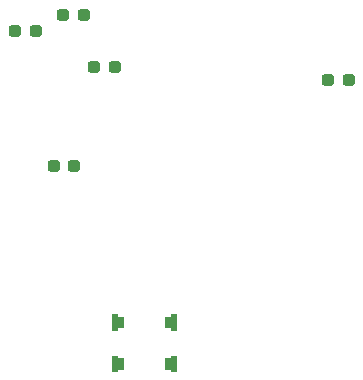
<source format=gbr>
%TF.GenerationSoftware,KiCad,Pcbnew,9.0.2*%
%TF.CreationDate,2025-08-08T14:56:36-04:00*%
%TF.ProjectId,Massachusetts,4d617373-6163-4687-9573-657474732e6b,0*%
%TF.SameCoordinates,Original*%
%TF.FileFunction,Soldermask,Top*%
%TF.FilePolarity,Negative*%
%FSLAX46Y46*%
G04 Gerber Fmt 4.6, Leading zero omitted, Abs format (unit mm)*
G04 Created by KiCad (PCBNEW 9.0.2) date 2025-08-08 14:56:36*
%MOMM*%
%LPD*%
G01*
G04 APERTURE LIST*
G04 Aperture macros list*
%AMRoundRect*
0 Rectangle with rounded corners*
0 $1 Rounding radius*
0 $2 $3 $4 $5 $6 $7 $8 $9 X,Y pos of 4 corners*
0 Add a 4 corners polygon primitive as box body*
4,1,4,$2,$3,$4,$5,$6,$7,$8,$9,$2,$3,0*
0 Add four circle primitives for the rounded corners*
1,1,$1+$1,$2,$3*
1,1,$1+$1,$4,$5*
1,1,$1+$1,$6,$7*
1,1,$1+$1,$8,$9*
0 Add four rect primitives between the rounded corners*
20,1,$1+$1,$2,$3,$4,$5,0*
20,1,$1+$1,$4,$5,$6,$7,0*
20,1,$1+$1,$6,$7,$8,$9,0*
20,1,$1+$1,$8,$9,$2,$3,0*%
G04 Aperture macros list end*
%ADD10C,0.010000*%
%ADD11RoundRect,0.237500X-0.287500X-0.237500X0.287500X-0.237500X0.287500X0.237500X-0.287500X0.237500X0*%
%ADD12RoundRect,0.237500X0.287500X0.237500X-0.287500X0.237500X-0.287500X-0.237500X0.287500X-0.237500X0*%
G04 APERTURE END LIST*
D10*
%TO.C,S1*%
X140155000Y-131850000D02*
X140655000Y-131850000D01*
X140655000Y-132750000D01*
X140155000Y-132750000D01*
X140155000Y-132950000D01*
X139755000Y-132950000D01*
X139755000Y-131650000D01*
X140155000Y-131650000D01*
X140155000Y-131850000D01*
G36*
X140155000Y-131850000D02*
G01*
X140655000Y-131850000D01*
X140655000Y-132750000D01*
X140155000Y-132750000D01*
X140155000Y-132950000D01*
X139755000Y-132950000D01*
X139755000Y-131650000D01*
X140155000Y-131650000D01*
X140155000Y-131850000D01*
G37*
X140155000Y-128350000D02*
X140655000Y-128350000D01*
X140655000Y-129250000D01*
X140155000Y-129250000D01*
X140155000Y-129450000D01*
X139755000Y-129450000D01*
X139755000Y-128150000D01*
X140155000Y-128150000D01*
X140155000Y-128350000D01*
G36*
X140155000Y-128350000D02*
G01*
X140655000Y-128350000D01*
X140655000Y-129250000D01*
X140155000Y-129250000D01*
X140155000Y-129450000D01*
X139755000Y-129450000D01*
X139755000Y-128150000D01*
X140155000Y-128150000D01*
X140155000Y-128350000D01*
G37*
X145105000Y-129450000D02*
X144705000Y-129450000D01*
X144705000Y-129250000D01*
X144205000Y-129250000D01*
X144205000Y-128350000D01*
X144705000Y-128350000D01*
X144705000Y-128150000D01*
X145105000Y-128150000D01*
X145105000Y-129450000D01*
G36*
X145105000Y-129450000D02*
G01*
X144705000Y-129450000D01*
X144705000Y-129250000D01*
X144205000Y-129250000D01*
X144205000Y-128350000D01*
X144705000Y-128350000D01*
X144705000Y-128150000D01*
X145105000Y-128150000D01*
X145105000Y-129450000D01*
G37*
X145105000Y-132950000D02*
X144705000Y-132950000D01*
X144705000Y-132750000D01*
X144205000Y-132750000D01*
X144205000Y-131850000D01*
X144705000Y-131850000D01*
X144705000Y-131650000D01*
X145105000Y-131650000D01*
X145105000Y-132950000D01*
G36*
X145105000Y-132950000D02*
G01*
X144705000Y-132950000D01*
X144705000Y-132750000D01*
X144205000Y-132750000D01*
X144205000Y-131850000D01*
X144705000Y-131850000D01*
X144705000Y-131650000D01*
X145105000Y-131650000D01*
X145105000Y-132950000D01*
G37*
%TD*%
D11*
%TO.C,D4*%
X158000000Y-108300000D03*
X159750000Y-108300000D03*
%TD*%
%TO.C,D1*%
X131501126Y-104200000D03*
X133251126Y-104200000D03*
%TD*%
D12*
%TO.C,D5*%
X136550000Y-115600000D03*
X134800000Y-115600000D03*
%TD*%
D11*
%TO.C,D2*%
X135600000Y-102800000D03*
X137350000Y-102800000D03*
%TD*%
%TO.C,D3*%
X138200000Y-107200000D03*
X139950000Y-107200000D03*
%TD*%
M02*

</source>
